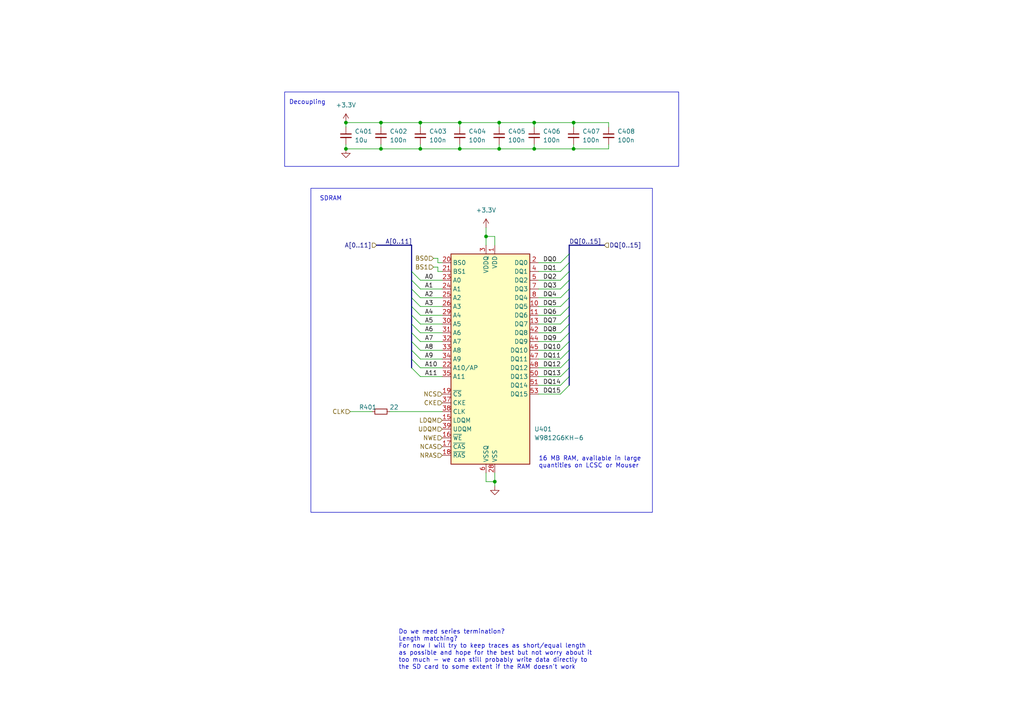
<source format=kicad_sch>
(kicad_sch (version 20231120) (generator "eeschema") (generator_version "8.0")
  (paper "A4")
  (lib_symbols
    (symbol "Device:C_Small" (pin_numbers hide) (pin_names (offset 0.254) hide)
      (property "Reference" "C" (at 0.254 1.778 0))
      (property "Value" "C_Small" (at 0.254 -2.032 0))
      (symbol "C_Small_0_1"
        (polyline (pts (xy -1.524 -0.508) (xy 1.524 -0.508)) (stroke (width 0.3302)))
        (polyline (pts (xy -1.524 0.508) (xy 1.524 0.508)) (stroke (width 0.3048)))
      )
      (symbol "C_Small_1_1"
        (pin passive line (at 0 2.54 270) (length 2.032) (name "~") (number "1"))
        (pin passive line (at 0 -2.54 90) (length 2.032) (name "~") (number "2"))
      )
    )
    (symbol "Device:R_Small" (pin_numbers hide) (pin_names (offset 0.254) hide)
      (property "Reference" "R" (at 0.762 0.508 0))
      (property "Value" "R_Small" (at 0.762 -1.016 0))
      (symbol "R_Small_0_1"
        (rectangle (start -0.762 1.778) (end 0.762 -1.778) (stroke (width 0.2032)))
      )
      (symbol "R_Small_1_1"
        (pin passive line (at 0 2.54 270) (length 0.762) (name "~") (number "1"))
        (pin passive line (at 0 -2.54 90) (length 0.762) (name "~") (number "2"))
      )
    )
    (symbol "Memory_RAM:W9812G6KH-6"
      (property "Reference" "U" (at -10.16 31.75 0))
      (property "Value" "W9812G6KH-6" (at -10.16 -33.02 0))
      (symbol "W9812G6KH-6_1_1"
        (rectangle (start -10.16 30.48) (end 12.7 -30.48) (stroke (width 0.254)) (fill (type background)))
        (pin power_in line (at 2.54 33.02 270) (length 2.54) (name "VDD") (number "1"))
        (pin bidirectional line (at 15.24 15.24 180) (length 2.54) (name "DQ5") (number "10"))
        (pin bidirectional line (at 15.24 12.7 180) (length 2.54) (name "DQ6") (number "11"))
        (pin passive line (at 0 -33.02 90) (length 2.54) hide (name "VSSQ") (number "12"))
        (pin bidirectional line (at 15.24 10.16 180) (length 2.54) (name "DQ7") (number "13"))
        (pin passive line (at 2.54 33.02 270) (length 2.54) hide (name "VDD") (number "14"))
        (pin input line (at -12.7 -17.78 0) (length 2.54) (name "LDQM") (number "15"))
        (pin input line (at -12.7 -22.86 0) (length 2.54) (name "~{WE}") (number "16"))
        (pin input line (at -12.7 -25.4 0) (length 2.54) (name "~{CAS}") (number "17"))
        (pin input line (at -12.7 -27.94 0) (length 2.54) (name "~{RAS}") (number "18"))
        (pin input line (at -12.7 -10.16 0) (length 2.54) (name "~{CS}") (number "19"))
        (pin bidirectional line (at 15.24 27.94 180) (length 2.54) (name "DQ0") (number "2"))
        (pin input line (at -12.7 27.94 0) (length 2.54) (name "BS0") (number "20"))
        (pin input line (at -12.7 25.4 0) (length 2.54) (name "BS1") (number "21"))
        (pin input line (at -12.7 -2.54 0) (length 2.54) (name "A10/AP") (number "22"))
        (pin input line (at -12.7 22.86 0) (length 2.54) (name "A0") (number "23"))
        (pin input line (at -12.7 20.32 0) (length 2.54) (name "A1") (number "24"))
        (pin input line (at -12.7 17.78 0) (length 2.54) (name "A2") (number "25"))
        (pin input line (at -12.7 15.24 0) (length 2.54) (name "A3") (number "26"))
        (pin passive line (at 2.54 33.02 270) (length 2.54) hide (name "VDD") (number "27"))
        (pin power_in line (at 2.54 -33.02 90) (length 2.54) (name "VSS") (number "28"))
        (pin input line (at -12.7 12.7 0) (length 2.54) (name "A4") (number "29"))
        (pin power_in line (at 0 33.02 270) (length 2.54) (name "VDDQ") (number "3"))
        (pin input line (at -12.7 10.16 0) (length 2.54) (name "A5") (number "30"))
        (pin input line (at -12.7 7.62 0) (length 2.54) (name "A6") (number "31"))
        (pin input line (at -12.7 5.08 0) (length 2.54) (name "A7") (number "32"))
        (pin input line (at -12.7 2.54 0) (length 2.54) (name "A8") (number "33"))
        (pin input line (at -12.7 0 0) (length 2.54) (name "A9") (number "34"))
        (pin input line (at -12.7 -5.08 0) (length 2.54) (name "A11") (number "35"))
        (pin no_connect line (at 12.7 -15.24 180) (length 2.54) hide (name "NC") (number "36"))
        (pin input line (at -12.7 -12.7 0) (length 2.54) (name "CKE") (number "37"))
        (pin input line (at -12.7 -15.24 0) (length 2.54) (name "CLK") (number "38"))
        (pin input line (at -12.7 -20.32 0) (length 2.54) (name "UDQM") (number "39"))
        (pin bidirectional line (at 15.24 25.4 180) (length 2.54) (name "DQ1") (number "4"))
        (pin no_connect line (at 12.7 -17.78 180) (length 2.54) hide (name "NC") (number "40"))
        (pin passive line (at 2.54 -33.02 90) (length 2.54) hide (name "VSS") (number "41"))
        (pin bidirectional line (at 15.24 7.62 180) (length 2.54) (name "DQ8") (number "42"))
        (pin passive line (at 0 33.02 270) (length 2.54) hide (name "VDDQ") (number "43"))
        (pin bidirectional line (at 15.24 5.08 180) (length 2.54) (name "DQ9") (number "44"))
        (pin bidirectional line (at 15.24 2.54 180) (length 2.54) (name "DQ10") (number "45"))
        (pin passive line (at 0 -33.02 90) (length 2.54) hide (name "VSSQ") (number "46"))
        (pin bidirectional line (at 15.24 0 180) (length 2.54) (name "DQ11") (number "47"))
        (pin bidirectional line (at 15.24 -2.54 180) (length 2.54) (name "DQ12") (number "48"))
        (pin passive line (at 0 33.02 270) (length 2.54) hide (name "VDDQ") (number "49"))
        (pin bidirectional line (at 15.24 22.86 180) (length 2.54) (name "DQ2") (number "5"))
        (pin bidirectional line (at 15.24 -5.08 180) (length 2.54) (name "DQ13") (number "50"))
        (pin bidirectional line (at 15.24 -7.62 180) (length 2.54) (name "DQ14") (number "51"))
        (pin passive line (at 0 -33.02 90) (length 2.54) hide (name "VSSQ") (number "52"))
        (pin bidirectional line (at 15.24 -10.16 180) (length 2.54) (name "DQ15") (number "53"))
        (pin passive line (at 2.54 -33.02 90) (length 2.54) hide (name "VSS") (number "54"))
        (pin power_in line (at 0 -33.02 90) (length 2.54) (name "VSSQ") (number "6"))
        (pin bidirectional line (at 15.24 20.32 180) (length 2.54) (name "DQ3") (number "7"))
        (pin bidirectional line (at 15.24 17.78 180) (length 2.54) (name "DQ4") (number "8"))
        (pin passive line (at 0 33.02 270) (length 2.54) hide (name "VDDQ") (number "9"))
      )
    )
    (symbol "power:+3.3V" (power) (pin_names (offset 0))
      (property "Value" "+3.3V" (at 0 3.556 0))
      (symbol "+3.3V_0_1"
        (polyline (pts (xy -0.762 1.27) (xy 0 2.54)))
        (polyline (pts (xy 0 0) (xy 0 2.54)))
        (polyline (pts (xy 0 2.54) (xy 0.762 1.27)))
      )
      (symbol "+3.3V_1_1"
        (pin power_in line (at 0 0 90) (length 0) hide (name "+3.3V") (number "1"))
      )
    )
    (symbol "power:GND" (power) (pin_names (offset 0))
      (property "Value" "GND" (at 0 -3.81 0))
      (symbol "GND_0_1"
        (polyline (pts (xy 0 0) (xy 0 -1.27) (xy 1.27 -1.27) (xy 0 -2.54) (xy -1.27 -1.27) (xy 0 -1.27)))
      )
      (symbol "GND_1_1"
        (pin power_in line (at 0 0 270) (length 0) hide (name "GND") (number "1"))
      )
    )
  )
  (junction (at 144.78 43.18))
  (junction (at 121.92 35.56))
  (junction (at 143.51 139.7))
  (junction (at 154.94 35.56))
  (junction (at 110.49 43.18))
  (junction (at 121.92 43.18))
  (junction (at 154.94 43.18))
  (junction (at 140.97 68.58))
  (junction (at 133.35 35.56))
  (junction (at 144.78 35.56))
  (junction (at 100.33 43.18))
  (junction (at 166.37 35.56))
  (junction (at 110.49 35.56))
  (junction (at 100.33 35.56))
  (junction (at 166.37 43.18))
  (junction (at 133.35 43.18))
  (bus_entry (at 119.38 99.06) (size 2.54 2.54))
  (bus_entry (at 162.56 81.28) (size 2.54 -2.54))
  (bus_entry (at 162.56 99.06) (size 2.54 -2.54))
  (bus_entry (at 162.56 109.22) (size 2.54 -2.54))
  (bus_entry (at 162.56 93.98) (size 2.54 -2.54))
  (bus_entry (at 162.56 106.68) (size 2.54 -2.54))
  (bus_entry (at 162.56 96.52) (size 2.54 -2.54))
  (bus_entry (at 119.38 104.14) (size 2.54 2.54))
  (bus_entry (at 162.56 86.36) (size 2.54 -2.54))
  (bus_entry (at 119.38 86.36) (size 2.54 2.54))
  (bus_entry (at 119.38 93.98) (size 2.54 2.54))
  (bus_entry (at 119.38 101.6) (size 2.54 2.54))
  (bus_entry (at 162.56 91.44) (size 2.54 -2.54))
  (bus_entry (at 119.38 91.44) (size 2.54 2.54))
  (bus_entry (at 162.56 111.76) (size 2.54 -2.54))
  (bus_entry (at 162.56 101.6) (size 2.54 -2.54))
  (bus_entry (at 162.56 76.2) (size 2.54 -2.54))
  (bus_entry (at 119.38 81.28) (size 2.54 2.54))
  (bus_entry (at 119.38 78.74) (size 2.54 2.54))
  (bus_entry (at 162.56 114.3) (size 2.54 -2.54))
  (bus_entry (at 119.38 96.52) (size 2.54 2.54))
  (bus_entry (at 119.38 106.68) (size 2.54 2.54))
  (bus_entry (at 162.56 88.9) (size 2.54 -2.54))
  (bus_entry (at 119.38 88.9) (size 2.54 2.54))
  (bus_entry (at 162.56 104.14) (size 2.54 -2.54))
  (bus_entry (at 162.56 83.82) (size 2.54 -2.54))
  (bus_entry (at 119.38 83.82) (size 2.54 2.54))
  (bus_entry (at 162.56 78.74) (size 2.54 -2.54))
  (wire (pts (xy 156.21 78.74) (xy 162.56 78.74)))
  (bus (pts (xy 165.1 71.12) (xy 175.26 71.12)))
  (bus (pts (xy 119.38 106.68) (xy 119.38 104.14)))
  (wire (pts (xy 140.97 68.58) (xy 140.97 71.12)))
  (wire (pts (xy 156.21 81.28) (xy 162.56 81.28)))
  (wire (pts (xy 156.21 109.22) (xy 162.56 109.22)))
  (wire (pts (xy 121.92 35.56) (xy 121.92 36.83)))
  (wire (pts (xy 166.37 41.91) (xy 166.37 43.18)))
  (bus (pts (xy 165.1 78.74) (xy 165.1 76.2)))
  (wire (pts (xy 110.49 35.56) (xy 110.49 36.83)))
  (wire (pts (xy 110.49 43.18) (xy 121.92 43.18)))
  (wire (pts (xy 133.35 43.18) (xy 144.78 43.18)))
  (bus (pts (xy 165.1 83.82) (xy 165.1 81.28)))
  (wire (pts (xy 156.21 101.6) (xy 162.56 101.6)))
  (bus (pts (xy 165.1 86.36) (xy 165.1 83.82)))
  (wire (pts (xy 143.51 68.58) (xy 140.97 68.58)))
  (wire (pts (xy 121.92 91.44) (xy 128.27 91.44)))
  (bus (pts (xy 119.38 104.14) (xy 119.38 101.6)))
  (wire (pts (xy 121.92 86.36) (xy 128.27 86.36)))
  (wire (pts (xy 127 77.47) (xy 127 78.74)))
  (wire (pts (xy 143.51 139.7) (xy 143.51 140.97)))
  (bus (pts (xy 165.1 91.44) (xy 165.1 88.9)))
  (wire (pts (xy 121.92 96.52) (xy 128.27 96.52)))
  (bus (pts (xy 119.38 81.28) (xy 119.38 78.74)))
  (wire (pts (xy 140.97 139.7) (xy 143.51 139.7)))
  (wire (pts (xy 100.33 43.18) (xy 110.49 43.18)))
  (wire (pts (xy 154.94 41.91) (xy 154.94 43.18)))
  (bus (pts (xy 165.1 111.76) (xy 165.1 109.22)))
  (bus (pts (xy 165.1 81.28) (xy 165.1 78.74)))
  (wire (pts (xy 121.92 93.98) (xy 128.27 93.98)))
  (wire (pts (xy 127 76.2) (xy 128.27 76.2)))
  (wire (pts (xy 121.92 35.56) (xy 133.35 35.56)))
  (wire (pts (xy 101.6 119.38) (xy 107.95 119.38)))
  (wire (pts (xy 154.94 35.56) (xy 154.94 36.83)))
  (bus (pts (xy 119.38 83.82) (xy 119.38 81.28)))
  (bus (pts (xy 165.1 93.98) (xy 165.1 91.44)))
  (wire (pts (xy 133.35 35.56) (xy 144.78 35.56)))
  (wire (pts (xy 156.21 111.76) (xy 162.56 111.76)))
  (wire (pts (xy 127 78.74) (xy 128.27 78.74)))
  (wire (pts (xy 144.78 41.91) (xy 144.78 43.18)))
  (wire (pts (xy 156.21 88.9) (xy 162.56 88.9)))
  (wire (pts (xy 121.92 83.82) (xy 128.27 83.82)))
  (wire (pts (xy 133.35 41.91) (xy 133.35 43.18)))
  (wire (pts (xy 127 74.93) (xy 127 76.2)))
  (wire (pts (xy 133.35 35.56) (xy 133.35 36.83)))
  (wire (pts (xy 121.92 43.18) (xy 121.92 41.91)))
  (bus (pts (xy 119.38 86.36) (xy 119.38 83.82)))
  (wire (pts (xy 166.37 35.56) (xy 166.37 36.83)))
  (wire (pts (xy 154.94 35.56) (xy 166.37 35.56)))
  (wire (pts (xy 176.53 41.91) (xy 176.53 43.18)))
  (wire (pts (xy 166.37 43.18) (xy 176.53 43.18)))
  (wire (pts (xy 176.53 36.83) (xy 176.53 35.56)))
  (bus (pts (xy 119.38 93.98) (xy 119.38 91.44)))
  (bus (pts (xy 119.38 101.6) (xy 119.38 99.06)))
  (bus (pts (xy 165.1 109.22) (xy 165.1 106.68)))
  (wire (pts (xy 140.97 66.04) (xy 140.97 68.58)))
  (wire (pts (xy 156.21 114.3) (xy 162.56 114.3)))
  (wire (pts (xy 156.21 91.44) (xy 162.56 91.44)))
  (bus (pts (xy 165.1 88.9) (xy 165.1 86.36)))
  (wire (pts (xy 140.97 137.16) (xy 140.97 139.7)))
  (bus (pts (xy 165.1 73.66) (xy 165.1 71.12)))
  (bus (pts (xy 165.1 106.68) (xy 165.1 104.14)))
  (wire (pts (xy 121.92 88.9) (xy 128.27 88.9)))
  (bus (pts (xy 119.38 91.44) (xy 119.38 88.9)))
  (wire (pts (xy 156.21 93.98) (xy 162.56 93.98)))
  (bus (pts (xy 119.38 99.06) (xy 119.38 96.52)))
  (wire (pts (xy 156.21 96.52) (xy 162.56 96.52)))
  (wire (pts (xy 127 77.47) (xy 125.73 77.47)))
  (bus (pts (xy 165.1 104.14) (xy 165.1 101.6)))
  (bus (pts (xy 165.1 99.06) (xy 165.1 96.52)))
  (bus (pts (xy 165.1 101.6) (xy 165.1 99.06)))
  (wire (pts (xy 166.37 35.56) (xy 176.53 35.56)))
  (bus (pts (xy 165.1 76.2) (xy 165.1 73.66)))
  (bus (pts (xy 165.1 96.52) (xy 165.1 93.98)))
  (wire (pts (xy 121.92 99.06) (xy 128.27 99.06)))
  (wire (pts (xy 143.51 137.16) (xy 143.51 139.7)))
  (bus (pts (xy 119.38 96.52) (xy 119.38 93.98)))
  (wire (pts (xy 113.03 119.38) (xy 128.27 119.38)))
  (wire (pts (xy 121.92 106.68) (xy 128.27 106.68)))
  (wire (pts (xy 121.92 101.6) (xy 128.27 101.6)))
  (wire (pts (xy 156.21 76.2) (xy 162.56 76.2)))
  (wire (pts (xy 121.92 109.22) (xy 128.27 109.22)))
  (wire (pts (xy 156.21 86.36) (xy 162.56 86.36)))
  (wire (pts (xy 127 74.93) (xy 125.73 74.93)))
  (wire (pts (xy 156.21 106.68) (xy 162.56 106.68)))
  (bus (pts (xy 119.38 78.74) (xy 119.38 71.12)))
  (wire (pts (xy 110.49 43.18) (xy 110.49 41.91)))
  (wire (pts (xy 110.49 35.56) (xy 121.92 35.56)))
  (wire (pts (xy 121.92 43.18) (xy 133.35 43.18)))
  (bus (pts (xy 119.38 88.9) (xy 119.38 86.36)))
  (wire (pts (xy 100.33 35.56) (xy 100.33 36.83)))
  (wire (pts (xy 100.33 35.56) (xy 110.49 35.56)))
  (wire (pts (xy 144.78 43.18) (xy 154.94 43.18)))
  (wire (pts (xy 144.78 35.56) (xy 144.78 36.83)))
  (wire (pts (xy 156.21 104.14) (xy 162.56 104.14)))
  (wire (pts (xy 144.78 35.56) (xy 154.94 35.56)))
  (wire (pts (xy 156.21 83.82) (xy 162.56 83.82)))
  (bus (pts (xy 109.22 71.12) (xy 119.38 71.12)))
  (wire (pts (xy 156.21 99.06) (xy 162.56 99.06)))
  (wire (pts (xy 143.51 71.12) (xy 143.51 68.58)))
  (wire (pts (xy 121.92 104.14) (xy 128.27 104.14)))
  (wire (pts (xy 100.33 41.91) (xy 100.33 43.18)))
  (wire (pts (xy 121.92 81.28) (xy 128.27 81.28)))
  (wire (pts (xy 154.94 43.18) (xy 166.37 43.18)))
  (rectangle (start 90.17 54.61) (end 189.23 148.59))
  (rectangle (start 82.55 26.67) (end 196.85 48.26))
  (text "SDRAM" (at 92.71 58.42 0) (effects (font (size 1.27 1.27)) (justify left bottom)))
  (text "Do we need series termination?\nLength matching?\nFor now I will try to keep traces as short/equal length\nas possible and hope for the best but not worry about it\ntoo much - we can still probably write data directly to \nthe SD card to some extent if the RAM doesn't work" (at 115.57 194.31 0) (effects (font (size 1.27 1.27)) (justify left bottom)))
  (text "16 MB RAM, available in large \nquantities on LCSC or Mouser" (at 156.21 135.89 0) (effects (font (size 1.27 1.27)) (justify left bottom)))
  (text "Decoupling" (at 83.82 30.48 0) (effects (font (size 1.27 1.27)) (justify left bottom)))
  (label "DQ4" (at 157.48 86.36 0))
  (label "DQ9" (at 157.48 99.06 0))
  (label "A3" (at 123.19 88.9 0))
  (label "A0" (at 123.19 81.28 0))
  (label "DQ2" (at 157.48 81.28 0))
  (label "DQ12" (at 157.48 106.68 0))
  (label "DQ6" (at 157.48 91.44 0))
  (label "DQ15" (at 157.48 114.3 0))
  (label "DQ3" (at 157.48 83.82 0))
  (label "A9" (at 123.19 104.14 0))
  (label "DQ11" (at 157.48 104.14 0))
  (label "A1" (at 123.19 83.82 0))
  (label "DQ14" (at 157.48 111.76 0))
  (label "DQ7" (at 157.48 93.98 0))
  (label "A4" (at 123.19 91.44 0))
  (label "DQ5" (at 157.48 88.9 0))
  (label "A2" (at 123.19 86.36 0))
  (label "A8" (at 123.19 101.6 0))
  (label "DQ[0..15]" (at 165.1 71.12 0))
  (label "A6" (at 123.19 96.52 0))
  (label "A11" (at 123.19 109.22 0))
  (label "A10" (at 123.19 106.68 0))
  (label "A7" (at 123.19 99.06 0))
  (label "DQ1" (at 157.48 78.74 0))
  (label "A5" (at 123.19 93.98 0))
  (label "DQ8" (at 157.48 96.52 0))
  (label "A[0..11]" (at 111.76 71.12 0))
  (label "DQ10" (at 157.48 101.6 0))
  (label "DQ13" (at 157.48 109.22 0))
  (label "DQ0" (at 157.48 76.2 0))
  (hierarchical_label "CLK" (shape input) (at 101.6 119.38 180))
  (hierarchical_label "CKE" (shape input) (at 128.27 116.84 180))
  (hierarchical_label "BS1" (shape input) (at 125.73 77.47 180))
  (hierarchical_label "NCAS" (shape input) (at 128.27 129.54 180))
  (hierarchical_label "NCS" (shape input) (at 128.27 114.3 180))
  (hierarchical_label "A[0..11]" (shape input) (at 109.22 71.12 180))
  (hierarchical_label "UDQM" (shape input) (at 128.27 124.46 180))
  (hierarchical_label "NRAS" (shape input) (at 128.27 132.08 180))
  (hierarchical_label "LDQM" (shape input) (at 128.27 121.92 180))
  (hierarchical_label "BS0" (shape input) (at 125.73 74.93 180))
  (hierarchical_label "NWE" (shape input) (at 128.27 127 180))
  (hierarchical_label "DQ[0..15]" (shape input) (at 175.26 71.12 0))
  (symbol (lib_id "Memory_RAM:W9812G6KH-6") (at 140.97 104.14 0) (unit 1)
    (property "Reference" "U401" (at 154.94 124.46 0) (effects (justify left)))
    (property "Value" "W9812G6KH-6" (at 154.94 127 0) (effects (justify left)))
    (property "Footprint" "Package_SO:TSOP-II-54_22.2x10.16mm_P0.8mm" (effects (hide yes)))
    (property "Datasheet" "https://www.winbond.com/resource-files/da00-w9812g6khc1.pdf" (effects (hide yes)))
    (property "LCSC" "C62379" (effects (hide yes)))
  )
  (symbol (lib_id "Device:C_Small") (at 154.94 39.37 0) (unit 1)
    (property "Reference" "C406" (at 157.48 38.1063 0) (effects (justify left)))
    (property "Value" "100n" (at 157.48 40.6463 0) (effects (justify left)))
    (property "Footprint" "Capacitor_SMD:C_0402_1005Metric" (effects (hide yes)))
    (property "LCSC" "C1525" (effects (hide yes)))
    (instances (project "ActiveImpactor_Control" (path "" (reference "C406") (unit 1))) (project "AccelerometerEval" (path "" (reference "C12") (unit 1)) (path "" (reference "C302") (unit 1))))
  )
  (symbol (lib_id "Device:C_Small") (at 110.49 39.37 0) (unit 1)
    (property "Reference" "C402" (at 113.03 38.1063 0) (effects (justify left)))
    (property "Value" "100n" (at 113.03 40.6463 0) (effects (justify left)))
    (property "Footprint" "Capacitor_SMD:C_0402_1005Metric" (effects (hide yes)))
    (property "LCSC" "C1525" (effects (hide yes)))
    (instances (project "ActiveImpactor_Control" (path "" (reference "C402") (unit 1))) (project "AccelerometerEval" (path "" (reference "C12") (unit 1)) (path "" (reference "C302") (unit 1))))
  )
  (symbol (lib_id "Device:C_Small") (at 144.78 39.37 0) (unit 1)
    (property "Reference" "C405" (at 147.32 38.1063 0) (effects (justify left)))
    (property "Value" "100n" (at 147.32 40.6463 0) (effects (justify left)))
    (property "Footprint" "Capacitor_SMD:C_0402_1005Metric" (effects (hide yes)))
    (property "LCSC" "C1525" (effects (hide yes)))
    (instances (project "ActiveImpactor_Control" (path "" (reference "C405") (unit 1))) (project "AccelerometerEval" (path "" (reference "C12") (unit 1)) (path "" (reference "C304") (unit 1))))
  )
  (symbol (lib_id "Device:C_Small") (at 166.37 39.37 0) (unit 1)
    (property "Reference" "C407" (at 168.91 38.1063 0) (effects (justify left)))
    (property "Value" "100n" (at 168.91 40.6463 0) (effects (justify left)))
    (property "Footprint" "Capacitor_SMD:C_0402_1005Metric" (effects (hide yes)))
    (property "LCSC" "C1525" (effects (hide yes)))
    (instances (project "ActiveImpactor_Control" (path "" (reference "C407") (unit 1))) (project "AccelerometerEval" (path "" (reference "C12") (unit 1)) (path "" (reference "C304") (unit 1))))
  )
  (symbol (lib_id "Device:C_Small") (at 133.35 39.37 0) (unit 1)
    (property "Reference" "C404" (at 135.89 38.1063 0) (effects (justify left)))
    (property "Value" "100n" (at 135.89 40.6463 0) (effects (justify left)))
    (property "Footprint" "Capacitor_SMD:C_0402_1005Metric" (effects (hide yes)))
    (property "LCSC" "C1525" (effects (hide yes)))
    (instances (project "ActiveImpactor_Control" (path "" (reference "C404") (unit 1))) (project "AccelerometerEval" (path "" (reference "C12") (unit 1)) (path "" (reference "C302") (unit 1))))
  )
  (symbol (lib_id "Device:C_Small") (at 100.33 39.37 0) (unit 1)
    (property "Reference" "C401" (at 102.87 38.1063 0) (effects (justify left)))
    (property "Value" "10u" (at 102.87 40.6463 0) (effects (justify left)))
    (property "Footprint" "Capacitor_SMD:C_0603_1608Metric" (effects (hide yes)))
    (property "LCSC" "C19702" (effects (hide yes)))
    (instances (project "ActiveImpactor_Control" (path "" (reference "C401") (unit 1))) (project "AccelerometerEval" (path "" (reference "C11") (unit 1)) (path "" (reference "C301") (unit 1))))
  )
  (symbol (lib_id "power:+3.3V") (at 140.97 66.04 0) (unit 1)
    (property "Reference" "#PWR0403" (effects (hide yes)))
    (property "Value" "+3.3V" (at 140.97 60.96 0))
    (instances (project "ActiveImpactor_Control" (path "" (reference "#PWR0403") (unit 1))) (project "AccelerometerEval" (path "" (reference "#PWR027") (unit 1)) (path "" (reference "#PWR0301") (unit 1))))
  )
  (symbol (lib_id "power:+3.3V") (at 100.33 35.56 0) (unit 1)
    (property "Reference" "#PWR0401" (effects (hide yes)))
    (property "Value" "+3.3V" (at 100.33 30.48 0))
    (instances (project "ActiveImpactor_Control" (path "" (reference "#PWR0401") (unit 1))) (project "AccelerometerEval" (path "" (reference "#PWR027") (unit 1)) (path "" (reference "#PWR0301") (unit 1))))
  )
  (symbol (lib_id "Device:C_Small") (at 176.53 39.37 0) (unit 1)
    (property "Reference" "C408" (at 179.07 38.1063 0) (effects (justify left)))
    (property "Value" "100n" (at 179.07 40.6463 0) (effects (justify left)))
    (property "Footprint" "Capacitor_SMD:C_0402_1005Metric" (effects (hide yes)))
    (property "LCSC" "C1525" (effects (hide yes)))
    (instances (project "ActiveImpactor_Control" (path "" (reference "C408") (unit 1))) (project "AccelerometerEval" (path "" (reference "C12") (unit 1)) (path "" (reference "C304") (unit 1))))
  )
  (symbol (lib_id "power:GND") (at 143.51 140.97 0) (unit 1)
    (property "Reference" "#PWR0404" (effects (hide yes)))
    (property "Value" "GND" (effects (hide yes)))
    (instances (project "ActiveImpactor_Control" (path "" (reference "#PWR0404") (unit 1))) (project "AccelerometerEval" (path "" (reference "#PWR030") (unit 1)) (path "" (reference "#PWR0318") (unit 1))))
  )
  (symbol (lib_id "Device:C_Small") (at 121.92 39.37 0) (unit 1)
    (property "Reference" "C403" (at 124.46 38.1063 0) (effects (justify left)))
    (property "Value" "100n" (at 124.46 40.6463 0) (effects (justify left)))
    (property "Footprint" "Capacitor_SMD:C_0402_1005Metric" (effects (hide yes)))
    (property "LCSC" "C1525" (effects (hide yes)))
    (instances (project "ActiveImpactor_Control" (path "" (reference "C403") (unit 1))) (project "AccelerometerEval" (path "" (reference "C12") (unit 1)) (path "" (reference "C304") (unit 1))))
  )
  (symbol (lib_id "power:GND") (at 100.33 43.18 0) (unit 1)
    (property "Reference" "#PWR0402" (effects (hide yes)))
    (property "Value" "GND" (effects (hide yes)))
    (instances (project "ActiveImpactor_Control" (path "" (reference "#PWR0402") (unit 1))) (project "AccelerometerEval" (path "" (reference "#PWR028") (unit 1)) (path "" (reference "#PWR0302") (unit 1))))
  )
  (symbol (lib_id "Device:R_Small") (at 110.49 119.38 270) (unit 1)
    (property "Reference" "R401" (at 106.68 118.11 90))
    (property "Value" "22" (at 114.3 118.11 90))
    (property "Footprint" "Resistor_SMD:R_0402_1005Metric" (effects (hide yes)))
    (property "LCSC" "C25092" (effects (hide yes)))
    (instances (project "ActiveImpactor_Control" (path "" (reference "R401") (unit 1))) (project "AccelerometerEval" (path "" (reference "R305") (unit 1))) (project "BluePhil" (path "" (reference "R206") (unit 1))))
  )
)
</source>
